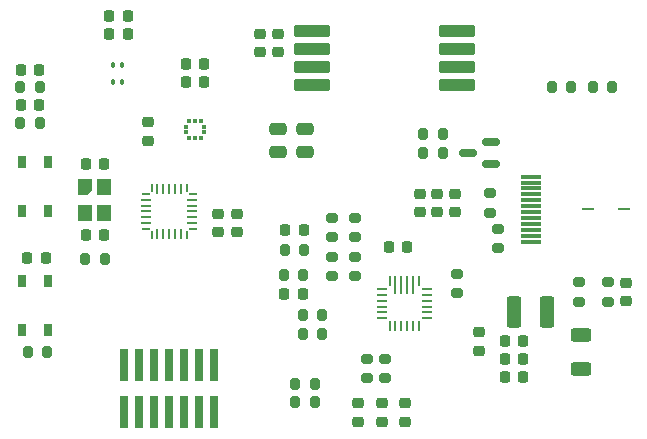
<source format=gbr>
%TF.GenerationSoftware,KiCad,Pcbnew,9.0.3*%
%TF.CreationDate,2025-07-30T22:19:27+08:00*%
%TF.ProjectId,airspeed_BIO,61697273-7065-4656-945f-42494f2e6b69,rev?*%
%TF.SameCoordinates,Original*%
%TF.FileFunction,Paste,Top*%
%TF.FilePolarity,Positive*%
%FSLAX46Y46*%
G04 Gerber Fmt 4.6, Leading zero omitted, Abs format (unit mm)*
G04 Created by KiCad (PCBNEW 9.0.3) date 2025-07-30 22:19:27*
%MOMM*%
%LPD*%
G01*
G04 APERTURE LIST*
G04 Aperture macros list*
%AMRoundRect*
0 Rectangle with rounded corners*
0 $1 Rounding radius*
0 $2 $3 $4 $5 $6 $7 $8 $9 X,Y pos of 4 corners*
0 Add a 4 corners polygon primitive as box body*
4,1,4,$2,$3,$4,$5,$6,$7,$8,$9,$2,$3,0*
0 Add four circle primitives for the rounded corners*
1,1,$1+$1,$2,$3*
1,1,$1+$1,$4,$5*
1,1,$1+$1,$6,$7*
1,1,$1+$1,$8,$9*
0 Add four rect primitives between the rounded corners*
20,1,$1+$1,$2,$3,$4,$5,0*
20,1,$1+$1,$4,$5,$6,$7,0*
20,1,$1+$1,$6,$7,$8,$9,0*
20,1,$1+$1,$8,$9,$2,$3,0*%
%AMOutline4P*
0 Free polygon, 4 corners , with rotation*
0 The origin of the aperture is its center*
0 number of corners: always 4*
0 $1 to $8 corner X, Y*
0 $9 Rotation angle, in degrees counterclockwise*
0 create outline with 4 corners*
4,1,4,$1,$2,$3,$4,$5,$6,$7,$8,$1,$2,$9*%
%AMOutline5P*
0 Free polygon, 5 corners , with rotation*
0 The origin of the aperture is its center*
0 number of corners: always 5*
0 $1 to $10 corner X, Y*
0 $11 Rotation angle, in degrees counterclockwise*
0 create outline with 5 corners*
4,1,5,$1,$2,$3,$4,$5,$6,$7,$8,$9,$10,$1,$2,$11*%
%AMOutline6P*
0 Free polygon, 6 corners , with rotation*
0 The origin of the aperture is its center*
0 number of corners: always 6*
0 $1 to $12 corner X, Y*
0 $13 Rotation angle, in degrees counterclockwise*
0 create outline with 6 corners*
4,1,6,$1,$2,$3,$4,$5,$6,$7,$8,$9,$10,$11,$12,$1,$2,$13*%
%AMOutline7P*
0 Free polygon, 7 corners , with rotation*
0 The origin of the aperture is its center*
0 number of corners: always 7*
0 $1 to $14 corner X, Y*
0 $15 Rotation angle, in degrees counterclockwise*
0 create outline with 7 corners*
4,1,7,$1,$2,$3,$4,$5,$6,$7,$8,$9,$10,$11,$12,$13,$14,$1,$2,$15*%
%AMOutline8P*
0 Free polygon, 8 corners , with rotation*
0 The origin of the aperture is its center*
0 number of corners: always 8*
0 $1 to $16 corner X, Y*
0 $17 Rotation angle, in degrees counterclockwise*
0 create outline with 8 corners*
4,1,8,$1,$2,$3,$4,$5,$6,$7,$8,$9,$10,$11,$12,$13,$14,$15,$16,$1,$2,$17*%
%AMFreePoly0*
4,1,14,0.230680,0.111820,0.364320,-0.021820,0.377500,-0.053640,0.377500,-0.080000,0.364320,-0.111820,0.332500,-0.125000,-0.332500,-0.125000,-0.364320,-0.111820,-0.377500,-0.080000,-0.377500,0.080000,-0.364320,0.111820,-0.332500,0.125000,0.198860,0.125000,0.230680,0.111820,0.230680,0.111820,$1*%
%AMFreePoly1*
4,1,14,0.364320,0.111820,0.377500,0.080000,0.377500,0.053640,0.364320,0.021820,0.230680,-0.111820,0.198860,-0.125000,-0.332500,-0.125000,-0.364320,-0.111820,-0.377500,-0.080000,-0.377500,0.080000,-0.364320,0.111820,-0.332500,0.125000,0.332500,0.125000,0.364320,0.111820,0.364320,0.111820,$1*%
%AMFreePoly2*
4,1,14,0.111820,0.364320,0.125000,0.332500,0.125000,-0.332500,0.111820,-0.364320,0.080000,-0.377500,-0.080000,-0.377500,-0.111820,-0.364320,-0.125000,-0.332500,-0.125000,0.198860,-0.111820,0.230680,0.021820,0.364320,0.053640,0.377500,0.080000,0.377500,0.111820,0.364320,0.111820,0.364320,$1*%
%AMFreePoly3*
4,1,14,-0.021820,0.364320,0.111820,0.230680,0.125000,0.198860,0.125000,-0.332500,0.111820,-0.364320,0.080000,-0.377500,-0.080000,-0.377500,-0.111820,-0.364320,-0.125000,-0.332500,-0.125000,0.332500,-0.111820,0.364320,-0.080000,0.377500,-0.053640,0.377500,-0.021820,0.364320,-0.021820,0.364320,$1*%
%AMFreePoly4*
4,1,14,0.364320,0.111820,0.377500,0.080000,0.377500,-0.080000,0.364320,-0.111820,0.332500,-0.125000,-0.198860,-0.125000,-0.230680,-0.111820,-0.364320,0.021820,-0.377500,0.053640,-0.377500,0.080000,-0.364320,0.111820,-0.332500,0.125000,0.332500,0.125000,0.364320,0.111820,0.364320,0.111820,$1*%
%AMFreePoly5*
4,1,14,0.364320,0.111820,0.377500,0.080000,0.377500,-0.080000,0.364320,-0.111820,0.332500,-0.125000,-0.332500,-0.125000,-0.364320,-0.111820,-0.377500,-0.080000,-0.377500,-0.053640,-0.364320,-0.021820,-0.230680,0.111820,-0.198860,0.125000,0.332500,0.125000,0.364320,0.111820,0.364320,0.111820,$1*%
%AMFreePoly6*
4,1,14,0.111820,0.364320,0.125000,0.332500,0.125000,-0.198860,0.111820,-0.230680,-0.021820,-0.364320,-0.053640,-0.377500,-0.080000,-0.377500,-0.111820,-0.364320,-0.125000,-0.332500,-0.125000,0.332500,-0.111820,0.364320,-0.080000,0.377500,0.080000,0.377500,0.111820,0.364320,0.111820,0.364320,$1*%
%AMFreePoly7*
4,1,14,0.111820,0.364320,0.125000,0.332500,0.125000,-0.332500,0.111820,-0.364320,0.080000,-0.377500,0.053640,-0.377500,0.021820,-0.364320,-0.111820,-0.230680,-0.125000,-0.198860,-0.125000,0.332500,-0.111820,0.364320,-0.080000,0.377500,0.080000,0.377500,0.111820,0.364320,0.111820,0.364320,$1*%
G04 Aperture macros list end*
%ADD10RoundRect,0.200000X0.200000X0.275000X-0.200000X0.275000X-0.200000X-0.275000X0.200000X-0.275000X0*%
%ADD11RoundRect,0.200000X0.275000X-0.200000X0.275000X0.200000X-0.275000X0.200000X-0.275000X-0.200000X0*%
%ADD12RoundRect,0.225000X0.225000X0.250000X-0.225000X0.250000X-0.225000X-0.250000X0.225000X-0.250000X0*%
%ADD13RoundRect,0.225000X-0.250000X0.225000X-0.250000X-0.225000X0.250000X-0.225000X0.250000X0.225000X0*%
%ADD14RoundRect,0.200000X-0.275000X0.200000X-0.275000X-0.200000X0.275000X-0.200000X0.275000X0.200000X0*%
%ADD15RoundRect,0.250000X-0.475000X0.250000X-0.475000X-0.250000X0.475000X-0.250000X0.475000X0.250000X0*%
%ADD16RoundRect,0.200000X-0.200000X-0.275000X0.200000X-0.275000X0.200000X0.275000X-0.200000X0.275000X0*%
%ADD17RoundRect,0.225000X0.250000X-0.225000X0.250000X0.225000X-0.250000X0.225000X-0.250000X-0.225000X0*%
%ADD18R,1.700000X0.300000*%
%ADD19R,1.000000X0.200000*%
%ADD20R,0.375000X0.350000*%
%ADD21R,0.350000X0.375000*%
%ADD22Outline5P,-0.700000X0.575000X0.355000X0.575000X0.700000X0.230000X0.700000X-0.575000X-0.700000X-0.575000X270.000000*%
%ADD23R,1.150000X1.400000*%
%ADD24RoundRect,0.218750X-0.218750X-0.256250X0.218750X-0.256250X0.218750X0.256250X-0.218750X0.256250X0*%
%ADD25R,0.650000X1.050000*%
%ADD26RoundRect,0.218750X-0.256250X0.218750X-0.256250X-0.218750X0.256250X-0.218750X0.256250X0.218750X0*%
%ADD27RoundRect,0.150000X0.587500X0.150000X-0.587500X0.150000X-0.587500X-0.150000X0.587500X-0.150000X0*%
%ADD28RoundRect,0.225000X-0.225000X-0.250000X0.225000X-0.250000X0.225000X0.250000X-0.225000X0.250000X0*%
%ADD29RoundRect,0.218750X0.218750X0.256250X-0.218750X0.256250X-0.218750X-0.256250X0.218750X-0.256250X0*%
%ADD30RoundRect,0.150000X1.400000X0.350000X-1.400000X0.350000X-1.400000X-0.350000X1.400000X-0.350000X0*%
%ADD31Outline5P,-0.400000X0.125000X0.300000X0.125000X0.400000X0.025000X0.400000X-0.125000X-0.400000X-0.125000X0.000000*%
%ADD32Outline4P,-0.400000X0.125000X0.400000X0.125000X0.400000X-0.125000X-0.400000X-0.125000X0.000000*%
%ADD33Outline5P,-0.400000X0.125000X0.400000X0.125000X0.400000X-0.025000X0.300000X-0.125000X-0.400000X-0.125000X0.000000*%
%ADD34Outline5P,-0.125000X0.300000X-0.025000X0.400000X0.125000X0.400000X0.125000X-0.400000X-0.125000X-0.400000X0.000000*%
%ADD35Outline4P,-0.125000X0.400000X0.125000X0.400000X0.125000X-0.400000X-0.125000X-0.400000X0.000000*%
%ADD36Outline5P,-0.125000X0.400000X0.025000X0.400000X0.125000X0.300000X0.125000X-0.400000X-0.125000X-0.400000X0.000000*%
%ADD37Outline5P,-0.400000X0.125000X0.400000X0.125000X0.400000X-0.125000X-0.300000X-0.125000X-0.400000X-0.025000X0.000000*%
%ADD38Outline5P,-0.400000X0.025000X-0.300000X0.125000X0.400000X0.125000X0.400000X-0.125000X-0.400000X-0.125000X0.000000*%
%ADD39Outline5P,-0.125000X0.400000X0.125000X0.400000X0.125000X-0.300000X0.025000X-0.400000X-0.125000X-0.400000X0.000000*%
%ADD40Outline4P,-0.125000X0.750000X0.125000X0.750000X0.125000X-0.750000X-0.125000X-0.750000X0.000000*%
%ADD41Outline5P,-0.125000X0.400000X0.125000X0.400000X0.125000X-0.400000X-0.025000X-0.400000X-0.125000X-0.300000X0.000000*%
%ADD42R,0.650000X2.760000*%
%ADD43FreePoly0,0.000000*%
%ADD44RoundRect,0.062500X-0.375000X-0.062500X0.375000X-0.062500X0.375000X0.062500X-0.375000X0.062500X0*%
%ADD45FreePoly1,0.000000*%
%ADD46FreePoly2,0.000000*%
%ADD47RoundRect,0.062500X-0.062500X-0.375000X0.062500X-0.375000X0.062500X0.375000X-0.062500X0.375000X0*%
%ADD48FreePoly3,0.000000*%
%ADD49FreePoly4,0.000000*%
%ADD50FreePoly5,0.000000*%
%ADD51FreePoly6,0.000000*%
%ADD52FreePoly7,0.000000*%
%ADD53RoundRect,0.250000X-0.375000X-1.075000X0.375000X-1.075000X0.375000X1.075000X-0.375000X1.075000X0*%
%ADD54RoundRect,0.045000X0.105000X-0.205000X0.105000X0.205000X-0.105000X0.205000X-0.105000X-0.205000X0*%
%ADD55RoundRect,0.250000X-0.625000X0.312500X-0.625000X-0.312500X0.625000X-0.312500X0.625000X0.312500X0*%
G04 APERTURE END LIST*
D10*
%TO.C,R8*%
X132950000Y-73450000D03*
X131300000Y-73450000D03*
%TD*%
D11*
%TO.C,R6*%
X123600000Y-82200000D03*
X123600000Y-80550000D03*
%TD*%
D12*
%TO.C,C23*%
X104275000Y-82000000D03*
X102725000Y-82000000D03*
%TD*%
D13*
%TO.C,C20*%
X108000000Y-72450000D03*
X108000000Y-74000000D03*
%TD*%
%TO.C,C26*%
X113910000Y-80225000D03*
X113910000Y-81775000D03*
%TD*%
D14*
%TO.C,R7*%
X134200000Y-85275000D03*
X134200000Y-86925000D03*
%TD*%
D13*
%TO.C,C21*%
X117500000Y-64950000D03*
X117500000Y-66500000D03*
%TD*%
D12*
%TO.C,C19*%
X106275000Y-63470000D03*
X104725000Y-63470000D03*
%TD*%
D15*
%TO.C,C27*%
X121290000Y-73050000D03*
X121290000Y-74950000D03*
%TD*%
D16*
%TO.C,R10*%
X119500000Y-85400000D03*
X121150000Y-85400000D03*
%TD*%
D17*
%TO.C,C2*%
X132482500Y-80075000D03*
X132482500Y-78525000D03*
%TD*%
D18*
%TO.C,J1*%
X140400000Y-82550000D03*
X140400000Y-82050000D03*
X140400000Y-81550000D03*
X140400000Y-81050000D03*
X140400000Y-80550000D03*
X140400000Y-80050000D03*
X140400000Y-79550000D03*
X140400000Y-79050000D03*
X140400000Y-78550000D03*
X140400000Y-78050000D03*
X140400000Y-77550000D03*
X140400000Y-77050000D03*
D19*
X145230000Y-79800000D03*
X148330000Y-79800000D03*
%TD*%
D20*
%TO.C,U3*%
X111240000Y-72810000D03*
X111240000Y-73310000D03*
D21*
X111500000Y-73820000D03*
X112000000Y-73820000D03*
X112500000Y-73820000D03*
D20*
X112760000Y-73310000D03*
X112760000Y-72810000D03*
D21*
X112500000Y-72300000D03*
X112000000Y-72300000D03*
X111500000Y-72300000D03*
%TD*%
D22*
%TO.C,Y1*%
X102700000Y-77900000D03*
D23*
X102700000Y-80100000D03*
X104300000Y-80100000D03*
X104300000Y-77900000D03*
%TD*%
D12*
%TO.C,C10*%
X139775000Y-94000000D03*
X138225000Y-94000000D03*
%TD*%
D24*
%TO.C,RLED2*%
X97212500Y-68000000D03*
X98787500Y-68000000D03*
%TD*%
D15*
%TO.C,C28*%
X119000000Y-73050000D03*
X119000000Y-74950000D03*
%TD*%
D13*
%TO.C,C6*%
X136000000Y-90225000D03*
X136000000Y-91775000D03*
%TD*%
D25*
%TO.C,SW3*%
X97350000Y-80000000D03*
X97350000Y-75850000D03*
X99500000Y-80000000D03*
X99500000Y-75850000D03*
%TD*%
D16*
%TO.C,R9*%
X121100000Y-90400000D03*
X122750000Y-90400000D03*
%TD*%
D10*
%TO.C,R25*%
X147325000Y-69500000D03*
X145675000Y-69500000D03*
%TD*%
D26*
%TO.C,D2*%
X129800000Y-96212500D03*
X129800000Y-97787500D03*
%TD*%
D13*
%TO.C,C18*%
X119010000Y-64950000D03*
X119010000Y-66500000D03*
%TD*%
D16*
%TO.C,R20*%
X119575000Y-83300000D03*
X121225000Y-83300000D03*
%TD*%
D27*
%TO.C,Q1*%
X137000000Y-76000000D03*
X137000000Y-74100000D03*
X135125000Y-75050000D03*
%TD*%
D11*
%TO.C,R3*%
X123600000Y-85500000D03*
X123600000Y-83850000D03*
%TD*%
D13*
%TO.C,C14*%
X148512500Y-86025000D03*
X148512500Y-87575000D03*
%TD*%
D10*
%TO.C,R29*%
X98825000Y-72500000D03*
X97175000Y-72500000D03*
%TD*%
%TO.C,R26*%
X104325000Y-84000000D03*
X102675000Y-84000000D03*
%TD*%
D28*
%TO.C,C17*%
X111225000Y-69060000D03*
X112775000Y-69060000D03*
%TD*%
D13*
%TO.C,C25*%
X115500000Y-80225000D03*
X115500000Y-81775000D03*
%TD*%
D12*
%TO.C,C11*%
X139775000Y-92490000D03*
X138225000Y-92490000D03*
%TD*%
D29*
%TO.C,RLED1*%
X121210000Y-81596000D03*
X119635000Y-81596000D03*
%TD*%
D26*
%TO.C,D3*%
X127800000Y-96212500D03*
X127800000Y-97787500D03*
%TD*%
D28*
%TO.C,C15*%
X111225000Y-67500000D03*
X112775000Y-67500000D03*
%TD*%
D11*
%TO.C,R22*%
X144482500Y-87625000D03*
X144482500Y-85975000D03*
%TD*%
D10*
%TO.C,R27*%
X99450000Y-91925000D03*
X97800000Y-91925000D03*
%TD*%
D12*
%TO.C,C12*%
X139775000Y-91000000D03*
X138225000Y-91000000D03*
%TD*%
D14*
%TO.C,R13*%
X128100000Y-92475000D03*
X128100000Y-94125000D03*
%TD*%
D10*
%TO.C,R4*%
X132950000Y-75050000D03*
X131300000Y-75050000D03*
%TD*%
D16*
%TO.C,R14*%
X120470000Y-96095000D03*
X122120000Y-96095000D03*
%TD*%
D30*
%TO.C,U4*%
X134130000Y-69285000D03*
X134130000Y-67765000D03*
X134130000Y-66245000D03*
X134130000Y-64725000D03*
X121870000Y-64725000D03*
X121870000Y-66245000D03*
X121870000Y-67765000D03*
X121870000Y-69285000D03*
%TD*%
D31*
%TO.C,U1*%
X127800000Y-86550000D03*
D32*
X127800000Y-87050000D03*
X127800000Y-87550000D03*
X127800000Y-88050000D03*
X127800000Y-88550000D03*
D33*
X127800000Y-89050000D03*
D34*
X128450000Y-89700000D03*
D35*
X128950000Y-89700000D03*
X129450000Y-89700000D03*
X129950000Y-89700000D03*
X130450000Y-89700000D03*
D36*
X130950000Y-89700000D03*
D37*
X131600000Y-89050000D03*
D32*
X131600000Y-88550000D03*
X131600000Y-88050000D03*
X131600000Y-87550000D03*
X131600000Y-87050000D03*
D38*
X131600000Y-86550000D03*
D39*
X130950000Y-85900000D03*
D40*
X130450000Y-86250000D03*
X129950000Y-86250000D03*
X129450000Y-86250000D03*
X128950000Y-86250000D03*
D41*
X128450000Y-85900000D03*
%TD*%
D42*
%TO.C,J2*%
X106000000Y-97000000D03*
X106000000Y-92960000D03*
X107270000Y-97000000D03*
X107270000Y-92960000D03*
X108540000Y-97000000D03*
X108540000Y-92960000D03*
X109810000Y-97000000D03*
X109810000Y-92960000D03*
X111080000Y-97000000D03*
X111080000Y-92960000D03*
X112350000Y-97000000D03*
X112350000Y-92960000D03*
X113620000Y-97000000D03*
X113620000Y-92960000D03*
%TD*%
D14*
%TO.C,R21*%
X146982500Y-85975000D03*
X146982500Y-87625000D03*
%TD*%
D28*
%TO.C,C22*%
X102725000Y-76000000D03*
X104275000Y-76000000D03*
%TD*%
D43*
%TO.C,U6*%
X107802500Y-78500000D03*
D44*
X107862500Y-79000000D03*
X107862500Y-79500000D03*
X107862500Y-80000000D03*
X107862500Y-80500000D03*
X107862500Y-81000000D03*
D45*
X107802500Y-81500000D03*
D46*
X108300000Y-81997500D03*
D47*
X108800000Y-81937500D03*
X109300000Y-81937500D03*
X109800000Y-81937500D03*
X110300000Y-81937500D03*
X110800000Y-81937500D03*
D48*
X111300000Y-81997500D03*
D49*
X111797500Y-81500000D03*
D44*
X111737500Y-81000000D03*
X111737500Y-80500000D03*
X111737500Y-80000000D03*
X111737500Y-79500000D03*
X111737500Y-79000000D03*
D50*
X111797500Y-78500000D03*
D51*
X111300000Y-78002500D03*
D47*
X110800000Y-78062500D03*
X110300000Y-78062500D03*
X109800000Y-78062500D03*
X109300000Y-78062500D03*
X108800000Y-78062500D03*
D52*
X108300000Y-78002500D03*
%TD*%
D10*
%TO.C,R24*%
X143825000Y-69500000D03*
X142175000Y-69500000D03*
%TD*%
D12*
%TO.C,C4*%
X129950000Y-83000000D03*
X128400000Y-83000000D03*
%TD*%
D11*
%TO.C,R2*%
X125500000Y-85500000D03*
X125500000Y-83850000D03*
%TD*%
D17*
%TO.C,C1*%
X130992500Y-80075000D03*
X130992500Y-78525000D03*
%TD*%
D24*
%TO.C,YLED1*%
X97212500Y-71000000D03*
X98787500Y-71000000D03*
%TD*%
D28*
%TO.C,C5*%
X119550000Y-87000000D03*
X121100000Y-87000000D03*
%TD*%
D11*
%TO.C,R1*%
X136982500Y-80125000D03*
X136982500Y-78475000D03*
%TD*%
%TO.C,R23*%
X137600000Y-83125000D03*
X137600000Y-81475000D03*
%TD*%
D25*
%TO.C,SW2*%
X97350000Y-90000000D03*
X97350000Y-85850000D03*
X99500000Y-90000000D03*
X99500000Y-85850000D03*
%TD*%
D17*
%TO.C,C3*%
X133992500Y-80075000D03*
X133992500Y-78525000D03*
%TD*%
D53*
%TO.C,L1*%
X139000000Y-88500000D03*
X141800000Y-88500000D03*
%TD*%
D10*
%TO.C,R16*%
X122120000Y-94600000D03*
X120470000Y-94600000D03*
%TD*%
%TO.C,R28*%
X98825000Y-69500000D03*
X97175000Y-69500000D03*
%TD*%
D54*
%TO.C,U5*%
X105000000Y-69000000D03*
X105800000Y-69000000D03*
X105800000Y-67600000D03*
X105000000Y-67600000D03*
%TD*%
D16*
%TO.C,R11*%
X121100000Y-88800000D03*
X122750000Y-88800000D03*
%TD*%
D12*
%TO.C,C24*%
X99325000Y-83925000D03*
X97775000Y-83925000D03*
%TD*%
D14*
%TO.C,R12*%
X126500000Y-92475000D03*
X126500000Y-94125000D03*
%TD*%
D11*
%TO.C,R5*%
X125500000Y-82200000D03*
X125500000Y-80550000D03*
%TD*%
D55*
%TO.C,R15*%
X144700000Y-90437500D03*
X144700000Y-93362500D03*
%TD*%
D26*
%TO.C,D1*%
X125800000Y-96212500D03*
X125800000Y-97787500D03*
%TD*%
D12*
%TO.C,C16*%
X106275000Y-65000000D03*
X104725000Y-65000000D03*
%TD*%
M02*

</source>
